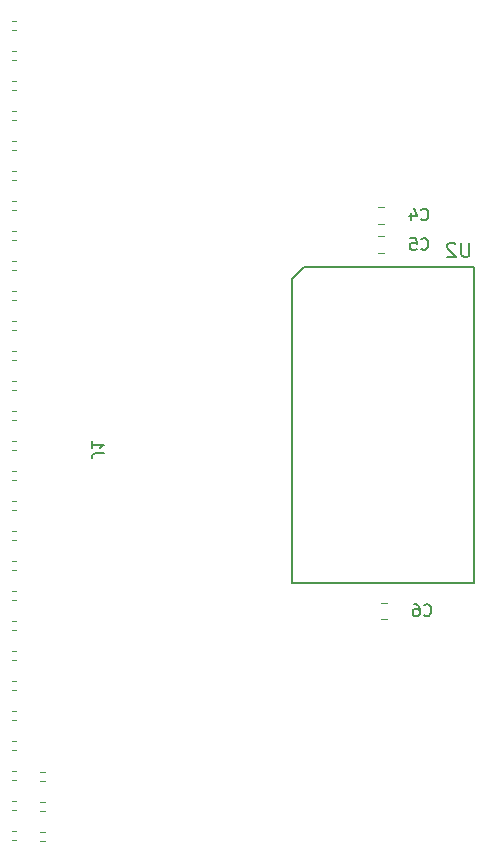
<source format=gbo>
G04 #@! TF.GenerationSoftware,KiCad,Pcbnew,5.0.1*
G04 #@! TF.CreationDate,2019-01-27T10:15:17+11:00*
G04 #@! TF.ProjectId,a501 dram based design,61353031206472616D20626173656420,1.0*
G04 #@! TF.SameCoordinates,Original*
G04 #@! TF.FileFunction,Legend,Bot*
G04 #@! TF.FilePolarity,Positive*
%FSLAX46Y46*%
G04 Gerber Fmt 4.6, Leading zero omitted, Abs format (unit mm)*
G04 Created by KiCad (PCBNEW 5.0.1) date Sun 27 Jan 2019 10:15:17 AEDT*
%MOMM*%
%LPD*%
G01*
G04 APERTURE LIST*
%ADD10C,0.150000*%
%ADD11C,0.120000*%
%ADD12R,4.203200X0.838200*%
%ADD13R,1.903200X1.903200*%
%ADD14O,1.903200X1.903200*%
%ADD15C,1.903200*%
%ADD16C,0.100000*%
%ADD17C,1.353200*%
G04 APERTURE END LIST*
D10*
G04 #@! TO.C,U2*
X169720000Y-103679500D02*
X169720000Y-77914500D01*
X185120000Y-103679500D02*
X169720000Y-103679500D01*
X185120000Y-76914500D02*
X185120000Y-103679500D01*
X170720000Y-76914500D02*
X185120000Y-76914500D01*
X169720000Y-77914500D02*
X170720000Y-76914500D01*
D11*
G04 #@! TO.C,J1*
X146446988Y-56074887D02*
X146049917Y-56074887D01*
X146446988Y-56834887D02*
X146049917Y-56834887D01*
X148430000Y-125475000D02*
X148817071Y-125475000D01*
X148430000Y-124715000D02*
X148817071Y-124715000D01*
X146446988Y-58614887D02*
X146049917Y-58614887D01*
X146446988Y-59374887D02*
X146049917Y-59374887D01*
X148362929Y-122935000D02*
X148817071Y-122935000D01*
X148362929Y-122175000D02*
X148817071Y-122175000D01*
X146446988Y-61154887D02*
X146049917Y-61154887D01*
X146446988Y-61914887D02*
X146049917Y-61914887D01*
X148817071Y-119635000D02*
X148362929Y-119635000D01*
X148817071Y-120395000D02*
X148362929Y-120395000D01*
X146446988Y-63694887D02*
X146049917Y-63694887D01*
X146446988Y-64454887D02*
X146049917Y-64454887D01*
X146446988Y-66234887D02*
X146049917Y-66234887D01*
X146446988Y-66994887D02*
X146049917Y-66994887D01*
X146446988Y-68774887D02*
X146049917Y-68774887D01*
X146446988Y-69534887D02*
X146049917Y-69534887D01*
X146446988Y-71314887D02*
X146049917Y-71314887D01*
X146446988Y-72074887D02*
X146049917Y-72074887D01*
X146446988Y-73854887D02*
X146049917Y-73854887D01*
X146446988Y-74614887D02*
X146049917Y-74614887D01*
X146446988Y-76394887D02*
X146049917Y-76394887D01*
X146446988Y-77154887D02*
X146049917Y-77154887D01*
X146446988Y-78934887D02*
X146049917Y-78934887D01*
X146446988Y-79694887D02*
X146049917Y-79694887D01*
X146446988Y-81474887D02*
X146049917Y-81474887D01*
X146446988Y-82234887D02*
X146049917Y-82234887D01*
X146446988Y-84014887D02*
X146049917Y-84014887D01*
X146446988Y-84774887D02*
X146049917Y-84774887D01*
X146446988Y-86554887D02*
X146049917Y-86554887D01*
X146446988Y-87314887D02*
X146049917Y-87314887D01*
X146446988Y-89094887D02*
X146049917Y-89094887D01*
X146446988Y-89854887D02*
X146049917Y-89854887D01*
X146446988Y-91634887D02*
X146049917Y-91634887D01*
X146446988Y-92394887D02*
X146049917Y-92394887D01*
X146446988Y-94174887D02*
X146049917Y-94174887D01*
X146446988Y-94934887D02*
X146049917Y-94934887D01*
X146446988Y-96714887D02*
X146049917Y-96714887D01*
X146446988Y-97474887D02*
X146049917Y-97474887D01*
X146446988Y-99254887D02*
X146049917Y-99254887D01*
X146446988Y-100014887D02*
X146049917Y-100014887D01*
X146446988Y-101794887D02*
X146049917Y-101794887D01*
X146446988Y-102554887D02*
X146049917Y-102554887D01*
X146446988Y-104334887D02*
X146049917Y-104334887D01*
X146446988Y-105094887D02*
X146049917Y-105094887D01*
X146446988Y-106874887D02*
X146049917Y-106874887D01*
X146446988Y-107634887D02*
X146049917Y-107634887D01*
X146446988Y-109414887D02*
X146049917Y-109414887D01*
X146446988Y-110174887D02*
X146049917Y-110174887D01*
X146446988Y-111954887D02*
X146049917Y-111954887D01*
X146446988Y-112714887D02*
X146049917Y-112714887D01*
X146446988Y-114494887D02*
X146049917Y-114494887D01*
X146446988Y-115254887D02*
X146049917Y-115254887D01*
X146446988Y-117034887D02*
X146049917Y-117034887D01*
X146446988Y-117794887D02*
X146049917Y-117794887D01*
X146446988Y-119574887D02*
X146049917Y-119574887D01*
X146446988Y-120334887D02*
X146049917Y-120334887D01*
X146446988Y-122114887D02*
X146049917Y-122114887D01*
X146446988Y-122874887D02*
X146049917Y-122874887D01*
X146446988Y-124654887D02*
X146049917Y-124654887D01*
X146446988Y-125414887D02*
X146049917Y-125414887D01*
X148817071Y-119635000D02*
X148362929Y-119635000D01*
X148817071Y-120395000D02*
X148362929Y-120395000D01*
G04 #@! TO.C,C4*
X177553252Y-71807000D02*
X177030748Y-71807000D01*
X177553252Y-73227000D02*
X177030748Y-73227000D01*
G04 #@! TO.C,C5*
X177553252Y-75703500D02*
X177030748Y-75703500D01*
X177553252Y-74283500D02*
X177030748Y-74283500D01*
G04 #@! TO.C,C6*
X177807252Y-105309600D02*
X177284748Y-105309600D01*
X177807252Y-106729600D02*
X177284748Y-106729600D01*
G04 #@! TO.C,U2*
D10*
X184754285Y-74842857D02*
X184754285Y-75814285D01*
X184697142Y-75928571D01*
X184640000Y-75985714D01*
X184525714Y-76042857D01*
X184297142Y-76042857D01*
X184182857Y-75985714D01*
X184125714Y-75928571D01*
X184068571Y-75814285D01*
X184068571Y-74842857D01*
X183554285Y-74957142D02*
X183497142Y-74900000D01*
X183382857Y-74842857D01*
X183097142Y-74842857D01*
X182982857Y-74900000D01*
X182925714Y-74957142D01*
X182868571Y-75071428D01*
X182868571Y-75185714D01*
X182925714Y-75357142D01*
X183611428Y-76042857D01*
X182868571Y-76042857D01*
G04 #@! TO.C,J1*
X153790899Y-92647093D02*
X153076613Y-92647093D01*
X152933756Y-92694712D01*
X152838518Y-92789950D01*
X152790899Y-92932807D01*
X152790899Y-93028045D01*
X152790899Y-91647093D02*
X152790899Y-92218521D01*
X152790899Y-91932807D02*
X153790899Y-91932807D01*
X153648041Y-92028045D01*
X153552803Y-92123283D01*
X153505184Y-92218521D01*
G04 #@! TO.C,C4*
X180666666Y-72857142D02*
X180714285Y-72904761D01*
X180857142Y-72952380D01*
X180952380Y-72952380D01*
X181095238Y-72904761D01*
X181190476Y-72809523D01*
X181238095Y-72714285D01*
X181285714Y-72523809D01*
X181285714Y-72380952D01*
X181238095Y-72190476D01*
X181190476Y-72095238D01*
X181095238Y-72000000D01*
X180952380Y-71952380D01*
X180857142Y-71952380D01*
X180714285Y-72000000D01*
X180666666Y-72047619D01*
X179809523Y-72285714D02*
X179809523Y-72952380D01*
X180047619Y-71904761D02*
X180285714Y-72619047D01*
X179666666Y-72619047D01*
G04 #@! TO.C,C5*
X180666666Y-75357142D02*
X180714285Y-75404761D01*
X180857142Y-75452380D01*
X180952380Y-75452380D01*
X181095238Y-75404761D01*
X181190476Y-75309523D01*
X181238095Y-75214285D01*
X181285714Y-75023809D01*
X181285714Y-74880952D01*
X181238095Y-74690476D01*
X181190476Y-74595238D01*
X181095238Y-74500000D01*
X180952380Y-74452380D01*
X180857142Y-74452380D01*
X180714285Y-74500000D01*
X180666666Y-74547619D01*
X179761904Y-74452380D02*
X180238095Y-74452380D01*
X180285714Y-74928571D01*
X180238095Y-74880952D01*
X180142857Y-74833333D01*
X179904761Y-74833333D01*
X179809523Y-74880952D01*
X179761904Y-74928571D01*
X179714285Y-75023809D01*
X179714285Y-75261904D01*
X179761904Y-75357142D01*
X179809523Y-75404761D01*
X179904761Y-75452380D01*
X180142857Y-75452380D01*
X180238095Y-75404761D01*
X180285714Y-75357142D01*
G04 #@! TO.C,C6*
X180916666Y-106357142D02*
X180964285Y-106404761D01*
X181107142Y-106452380D01*
X181202380Y-106452380D01*
X181345238Y-106404761D01*
X181440476Y-106309523D01*
X181488095Y-106214285D01*
X181535714Y-106023809D01*
X181535714Y-105880952D01*
X181488095Y-105690476D01*
X181440476Y-105595238D01*
X181345238Y-105500000D01*
X181202380Y-105452380D01*
X181107142Y-105452380D01*
X180964285Y-105500000D01*
X180916666Y-105547619D01*
X180059523Y-105452380D02*
X180250000Y-105452380D01*
X180345238Y-105500000D01*
X180392857Y-105547619D01*
X180488095Y-105690476D01*
X180535714Y-105880952D01*
X180535714Y-106261904D01*
X180488095Y-106357142D01*
X180440476Y-106404761D01*
X180345238Y-106452380D01*
X180154761Y-106452380D01*
X180059523Y-106404761D01*
X180011904Y-106357142D01*
X179964285Y-106261904D01*
X179964285Y-106023809D01*
X180011904Y-105928571D01*
X180059523Y-105880952D01*
X180154761Y-105833333D01*
X180345238Y-105833333D01*
X180440476Y-105880952D01*
X180488095Y-105928571D01*
X180535714Y-106023809D01*
G04 #@! TD*
%LPC*%
D12*
G04 #@! TO.C,U2*
X182120000Y-102362000D03*
X172720000Y-102362000D03*
X182120000Y-101092000D03*
X172720000Y-101092000D03*
X182120000Y-99822000D03*
X172720000Y-99822000D03*
X182120000Y-98552000D03*
X172720000Y-98552000D03*
X182120000Y-97282000D03*
X172720000Y-97282000D03*
X182120000Y-96012000D03*
X172720000Y-96012000D03*
X182120000Y-94742000D03*
X172720000Y-94742000D03*
X182120000Y-93472000D03*
X172720000Y-93472000D03*
X182120000Y-92202000D03*
X172720000Y-92202000D03*
X182120000Y-90932000D03*
X172720000Y-90932000D03*
X182120000Y-89662000D03*
X172720000Y-89662000D03*
X182120000Y-88392000D03*
X172720000Y-88392000D03*
X182120000Y-87122000D03*
X172720000Y-87122000D03*
X182120000Y-85852000D03*
X172720000Y-85852000D03*
X182120000Y-84582000D03*
X172720000Y-84582000D03*
X182120000Y-83312000D03*
X172720000Y-83312000D03*
X182120000Y-82042000D03*
X172720000Y-82042000D03*
X182120000Y-80772000D03*
X172720000Y-80772000D03*
X182120000Y-79502000D03*
X172720000Y-79502000D03*
X182120000Y-78232000D03*
X172720000Y-78232000D03*
G04 #@! TD*
D13*
G04 #@! TO.C,JP1*
X158750000Y-87000000D03*
D14*
X161290000Y-87000000D03*
G04 #@! TD*
D13*
G04 #@! TO.C,JP2*
X158724000Y-80306000D03*
D14*
X161264000Y-80306000D03*
G04 #@! TD*
D13*
G04 #@! TO.C,JP3*
X158724000Y-77766000D03*
D14*
X161264000Y-77766000D03*
G04 #@! TD*
D15*
G04 #@! TO.C,J1*
X147320000Y-125095000D03*
D13*
X149860000Y-125095000D03*
D15*
X149860000Y-122555000D03*
X147320000Y-122555000D03*
X149860000Y-120015000D03*
X147320000Y-120015000D03*
X149860000Y-117475000D03*
X147320000Y-117475000D03*
X149860000Y-114935000D03*
X147320000Y-114935000D03*
X149860000Y-112395000D03*
X147320000Y-112395000D03*
X149860000Y-109855000D03*
X147320000Y-109855000D03*
X149860000Y-107315000D03*
X147320000Y-107315000D03*
X149860000Y-104775000D03*
X147320000Y-104775000D03*
X149860000Y-102235000D03*
X147320000Y-102235000D03*
X149860000Y-99695000D03*
X147320000Y-99695000D03*
X149860000Y-97155000D03*
X147320000Y-97155000D03*
X149860000Y-94615000D03*
X147320000Y-94615000D03*
X149860000Y-92075000D03*
X147320000Y-92075000D03*
X149860000Y-89535000D03*
X147320000Y-89535000D03*
X149860000Y-86995000D03*
X147320000Y-86995000D03*
X149860000Y-84455000D03*
X147320000Y-84455000D03*
X149860000Y-81915000D03*
X147320000Y-81915000D03*
X149860000Y-79375000D03*
X147320000Y-79375000D03*
X149860000Y-76835000D03*
X147320000Y-76835000D03*
X149860000Y-74295000D03*
X147320000Y-74295000D03*
X149860000Y-71755000D03*
X147320000Y-71755000D03*
X149860000Y-69215000D03*
X147320000Y-69215000D03*
X149860000Y-66675000D03*
X147320000Y-66675000D03*
X149860000Y-64135000D03*
X147320000Y-64135000D03*
X149860000Y-61595000D03*
X147320000Y-61595000D03*
X149860000Y-59055000D03*
X147320000Y-59055000D03*
X149860000Y-56515000D03*
X147320000Y-56515000D03*
G04 #@! TD*
D16*
G04 #@! TO.C,C4*
G36*
X178728261Y-71716817D02*
X178756817Y-71721052D01*
X178784821Y-71728067D01*
X178812002Y-71737793D01*
X178838099Y-71750136D01*
X178862861Y-71764977D01*
X178886048Y-71782174D01*
X178907439Y-71801561D01*
X178926826Y-71822952D01*
X178944023Y-71846139D01*
X178958864Y-71870901D01*
X178971207Y-71896998D01*
X178980933Y-71924179D01*
X178987948Y-71952183D01*
X178992183Y-71980739D01*
X178993600Y-72009573D01*
X178993600Y-73024427D01*
X178992183Y-73053261D01*
X178987948Y-73081817D01*
X178980933Y-73109821D01*
X178971207Y-73137002D01*
X178958864Y-73163099D01*
X178944023Y-73187861D01*
X178926826Y-73211048D01*
X178907439Y-73232439D01*
X178886048Y-73251826D01*
X178862861Y-73269023D01*
X178838099Y-73283864D01*
X178812002Y-73296207D01*
X178784821Y-73305933D01*
X178756817Y-73312948D01*
X178728261Y-73317183D01*
X178699427Y-73318600D01*
X177934573Y-73318600D01*
X177905739Y-73317183D01*
X177877183Y-73312948D01*
X177849179Y-73305933D01*
X177821998Y-73296207D01*
X177795901Y-73283864D01*
X177771139Y-73269023D01*
X177747952Y-73251826D01*
X177726561Y-73232439D01*
X177707174Y-73211048D01*
X177689977Y-73187861D01*
X177675136Y-73163099D01*
X177662793Y-73137002D01*
X177653067Y-73109821D01*
X177646052Y-73081817D01*
X177641817Y-73053261D01*
X177640400Y-73024427D01*
X177640400Y-72009573D01*
X177641817Y-71980739D01*
X177646052Y-71952183D01*
X177653067Y-71924179D01*
X177662793Y-71896998D01*
X177675136Y-71870901D01*
X177689977Y-71846139D01*
X177707174Y-71822952D01*
X177726561Y-71801561D01*
X177747952Y-71782174D01*
X177771139Y-71764977D01*
X177795901Y-71750136D01*
X177821998Y-71737793D01*
X177849179Y-71728067D01*
X177877183Y-71721052D01*
X177905739Y-71716817D01*
X177934573Y-71715400D01*
X178699427Y-71715400D01*
X178728261Y-71716817D01*
X178728261Y-71716817D01*
G37*
D17*
X178317000Y-72517000D03*
D16*
G36*
X176678261Y-71716817D02*
X176706817Y-71721052D01*
X176734821Y-71728067D01*
X176762002Y-71737793D01*
X176788099Y-71750136D01*
X176812861Y-71764977D01*
X176836048Y-71782174D01*
X176857439Y-71801561D01*
X176876826Y-71822952D01*
X176894023Y-71846139D01*
X176908864Y-71870901D01*
X176921207Y-71896998D01*
X176930933Y-71924179D01*
X176937948Y-71952183D01*
X176942183Y-71980739D01*
X176943600Y-72009573D01*
X176943600Y-73024427D01*
X176942183Y-73053261D01*
X176937948Y-73081817D01*
X176930933Y-73109821D01*
X176921207Y-73137002D01*
X176908864Y-73163099D01*
X176894023Y-73187861D01*
X176876826Y-73211048D01*
X176857439Y-73232439D01*
X176836048Y-73251826D01*
X176812861Y-73269023D01*
X176788099Y-73283864D01*
X176762002Y-73296207D01*
X176734821Y-73305933D01*
X176706817Y-73312948D01*
X176678261Y-73317183D01*
X176649427Y-73318600D01*
X175884573Y-73318600D01*
X175855739Y-73317183D01*
X175827183Y-73312948D01*
X175799179Y-73305933D01*
X175771998Y-73296207D01*
X175745901Y-73283864D01*
X175721139Y-73269023D01*
X175697952Y-73251826D01*
X175676561Y-73232439D01*
X175657174Y-73211048D01*
X175639977Y-73187861D01*
X175625136Y-73163099D01*
X175612793Y-73137002D01*
X175603067Y-73109821D01*
X175596052Y-73081817D01*
X175591817Y-73053261D01*
X175590400Y-73024427D01*
X175590400Y-72009573D01*
X175591817Y-71980739D01*
X175596052Y-71952183D01*
X175603067Y-71924179D01*
X175612793Y-71896998D01*
X175625136Y-71870901D01*
X175639977Y-71846139D01*
X175657174Y-71822952D01*
X175676561Y-71801561D01*
X175697952Y-71782174D01*
X175721139Y-71764977D01*
X175745901Y-71750136D01*
X175771998Y-71737793D01*
X175799179Y-71728067D01*
X175827183Y-71721052D01*
X175855739Y-71716817D01*
X175884573Y-71715400D01*
X176649427Y-71715400D01*
X176678261Y-71716817D01*
X176678261Y-71716817D01*
G37*
D17*
X176267000Y-72517000D03*
G04 #@! TD*
D16*
G04 #@! TO.C,C5*
G36*
X176678261Y-74193317D02*
X176706817Y-74197552D01*
X176734821Y-74204567D01*
X176762002Y-74214293D01*
X176788099Y-74226636D01*
X176812861Y-74241477D01*
X176836048Y-74258674D01*
X176857439Y-74278061D01*
X176876826Y-74299452D01*
X176894023Y-74322639D01*
X176908864Y-74347401D01*
X176921207Y-74373498D01*
X176930933Y-74400679D01*
X176937948Y-74428683D01*
X176942183Y-74457239D01*
X176943600Y-74486073D01*
X176943600Y-75500927D01*
X176942183Y-75529761D01*
X176937948Y-75558317D01*
X176930933Y-75586321D01*
X176921207Y-75613502D01*
X176908864Y-75639599D01*
X176894023Y-75664361D01*
X176876826Y-75687548D01*
X176857439Y-75708939D01*
X176836048Y-75728326D01*
X176812861Y-75745523D01*
X176788099Y-75760364D01*
X176762002Y-75772707D01*
X176734821Y-75782433D01*
X176706817Y-75789448D01*
X176678261Y-75793683D01*
X176649427Y-75795100D01*
X175884573Y-75795100D01*
X175855739Y-75793683D01*
X175827183Y-75789448D01*
X175799179Y-75782433D01*
X175771998Y-75772707D01*
X175745901Y-75760364D01*
X175721139Y-75745523D01*
X175697952Y-75728326D01*
X175676561Y-75708939D01*
X175657174Y-75687548D01*
X175639977Y-75664361D01*
X175625136Y-75639599D01*
X175612793Y-75613502D01*
X175603067Y-75586321D01*
X175596052Y-75558317D01*
X175591817Y-75529761D01*
X175590400Y-75500927D01*
X175590400Y-74486073D01*
X175591817Y-74457239D01*
X175596052Y-74428683D01*
X175603067Y-74400679D01*
X175612793Y-74373498D01*
X175625136Y-74347401D01*
X175639977Y-74322639D01*
X175657174Y-74299452D01*
X175676561Y-74278061D01*
X175697952Y-74258674D01*
X175721139Y-74241477D01*
X175745901Y-74226636D01*
X175771998Y-74214293D01*
X175799179Y-74204567D01*
X175827183Y-74197552D01*
X175855739Y-74193317D01*
X175884573Y-74191900D01*
X176649427Y-74191900D01*
X176678261Y-74193317D01*
X176678261Y-74193317D01*
G37*
D17*
X176267000Y-74993500D03*
D16*
G36*
X178728261Y-74193317D02*
X178756817Y-74197552D01*
X178784821Y-74204567D01*
X178812002Y-74214293D01*
X178838099Y-74226636D01*
X178862861Y-74241477D01*
X178886048Y-74258674D01*
X178907439Y-74278061D01*
X178926826Y-74299452D01*
X178944023Y-74322639D01*
X178958864Y-74347401D01*
X178971207Y-74373498D01*
X178980933Y-74400679D01*
X178987948Y-74428683D01*
X178992183Y-74457239D01*
X178993600Y-74486073D01*
X178993600Y-75500927D01*
X178992183Y-75529761D01*
X178987948Y-75558317D01*
X178980933Y-75586321D01*
X178971207Y-75613502D01*
X178958864Y-75639599D01*
X178944023Y-75664361D01*
X178926826Y-75687548D01*
X178907439Y-75708939D01*
X178886048Y-75728326D01*
X178862861Y-75745523D01*
X178838099Y-75760364D01*
X178812002Y-75772707D01*
X178784821Y-75782433D01*
X178756817Y-75789448D01*
X178728261Y-75793683D01*
X178699427Y-75795100D01*
X177934573Y-75795100D01*
X177905739Y-75793683D01*
X177877183Y-75789448D01*
X177849179Y-75782433D01*
X177821998Y-75772707D01*
X177795901Y-75760364D01*
X177771139Y-75745523D01*
X177747952Y-75728326D01*
X177726561Y-75708939D01*
X177707174Y-75687548D01*
X177689977Y-75664361D01*
X177675136Y-75639599D01*
X177662793Y-75613502D01*
X177653067Y-75586321D01*
X177646052Y-75558317D01*
X177641817Y-75529761D01*
X177640400Y-75500927D01*
X177640400Y-74486073D01*
X177641817Y-74457239D01*
X177646052Y-74428683D01*
X177653067Y-74400679D01*
X177662793Y-74373498D01*
X177675136Y-74347401D01*
X177689977Y-74322639D01*
X177707174Y-74299452D01*
X177726561Y-74278061D01*
X177747952Y-74258674D01*
X177771139Y-74241477D01*
X177795901Y-74226636D01*
X177821998Y-74214293D01*
X177849179Y-74204567D01*
X177877183Y-74197552D01*
X177905739Y-74193317D01*
X177934573Y-74191900D01*
X178699427Y-74191900D01*
X178728261Y-74193317D01*
X178728261Y-74193317D01*
G37*
D17*
X178317000Y-74993500D03*
G04 #@! TD*
D16*
G04 #@! TO.C,C6*
G36*
X178982261Y-105219417D02*
X179010817Y-105223652D01*
X179038821Y-105230667D01*
X179066002Y-105240393D01*
X179092099Y-105252736D01*
X179116861Y-105267577D01*
X179140048Y-105284774D01*
X179161439Y-105304161D01*
X179180826Y-105325552D01*
X179198023Y-105348739D01*
X179212864Y-105373501D01*
X179225207Y-105399598D01*
X179234933Y-105426779D01*
X179241948Y-105454783D01*
X179246183Y-105483339D01*
X179247600Y-105512173D01*
X179247600Y-106527027D01*
X179246183Y-106555861D01*
X179241948Y-106584417D01*
X179234933Y-106612421D01*
X179225207Y-106639602D01*
X179212864Y-106665699D01*
X179198023Y-106690461D01*
X179180826Y-106713648D01*
X179161439Y-106735039D01*
X179140048Y-106754426D01*
X179116861Y-106771623D01*
X179092099Y-106786464D01*
X179066002Y-106798807D01*
X179038821Y-106808533D01*
X179010817Y-106815548D01*
X178982261Y-106819783D01*
X178953427Y-106821200D01*
X178188573Y-106821200D01*
X178159739Y-106819783D01*
X178131183Y-106815548D01*
X178103179Y-106808533D01*
X178075998Y-106798807D01*
X178049901Y-106786464D01*
X178025139Y-106771623D01*
X178001952Y-106754426D01*
X177980561Y-106735039D01*
X177961174Y-106713648D01*
X177943977Y-106690461D01*
X177929136Y-106665699D01*
X177916793Y-106639602D01*
X177907067Y-106612421D01*
X177900052Y-106584417D01*
X177895817Y-106555861D01*
X177894400Y-106527027D01*
X177894400Y-105512173D01*
X177895817Y-105483339D01*
X177900052Y-105454783D01*
X177907067Y-105426779D01*
X177916793Y-105399598D01*
X177929136Y-105373501D01*
X177943977Y-105348739D01*
X177961174Y-105325552D01*
X177980561Y-105304161D01*
X178001952Y-105284774D01*
X178025139Y-105267577D01*
X178049901Y-105252736D01*
X178075998Y-105240393D01*
X178103179Y-105230667D01*
X178131183Y-105223652D01*
X178159739Y-105219417D01*
X178188573Y-105218000D01*
X178953427Y-105218000D01*
X178982261Y-105219417D01*
X178982261Y-105219417D01*
G37*
D17*
X178571000Y-106019600D03*
D16*
G36*
X176932261Y-105219417D02*
X176960817Y-105223652D01*
X176988821Y-105230667D01*
X177016002Y-105240393D01*
X177042099Y-105252736D01*
X177066861Y-105267577D01*
X177090048Y-105284774D01*
X177111439Y-105304161D01*
X177130826Y-105325552D01*
X177148023Y-105348739D01*
X177162864Y-105373501D01*
X177175207Y-105399598D01*
X177184933Y-105426779D01*
X177191948Y-105454783D01*
X177196183Y-105483339D01*
X177197600Y-105512173D01*
X177197600Y-106527027D01*
X177196183Y-106555861D01*
X177191948Y-106584417D01*
X177184933Y-106612421D01*
X177175207Y-106639602D01*
X177162864Y-106665699D01*
X177148023Y-106690461D01*
X177130826Y-106713648D01*
X177111439Y-106735039D01*
X177090048Y-106754426D01*
X177066861Y-106771623D01*
X177042099Y-106786464D01*
X177016002Y-106798807D01*
X176988821Y-106808533D01*
X176960817Y-106815548D01*
X176932261Y-106819783D01*
X176903427Y-106821200D01*
X176138573Y-106821200D01*
X176109739Y-106819783D01*
X176081183Y-106815548D01*
X176053179Y-106808533D01*
X176025998Y-106798807D01*
X175999901Y-106786464D01*
X175975139Y-106771623D01*
X175951952Y-106754426D01*
X175930561Y-106735039D01*
X175911174Y-106713648D01*
X175893977Y-106690461D01*
X175879136Y-106665699D01*
X175866793Y-106639602D01*
X175857067Y-106612421D01*
X175850052Y-106584417D01*
X175845817Y-106555861D01*
X175844400Y-106527027D01*
X175844400Y-105512173D01*
X175845817Y-105483339D01*
X175850052Y-105454783D01*
X175857067Y-105426779D01*
X175866793Y-105399598D01*
X175879136Y-105373501D01*
X175893977Y-105348739D01*
X175911174Y-105325552D01*
X175930561Y-105304161D01*
X175951952Y-105284774D01*
X175975139Y-105267577D01*
X175999901Y-105252736D01*
X176025998Y-105240393D01*
X176053179Y-105230667D01*
X176081183Y-105223652D01*
X176109739Y-105219417D01*
X176138573Y-105218000D01*
X176903427Y-105218000D01*
X176932261Y-105219417D01*
X176932261Y-105219417D01*
G37*
D17*
X176521000Y-106019600D03*
G04 #@! TD*
M02*

</source>
